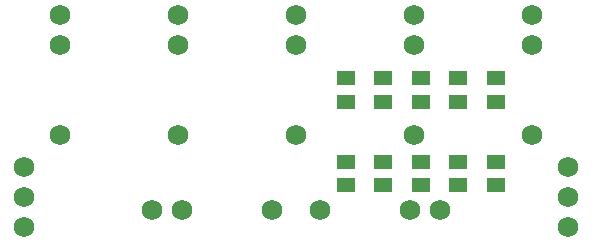
<source format=gbs>
G04 #@! TF.GenerationSoftware,KiCad,Pcbnew,(5.1.8)-1*
G04 #@! TF.CreationDate,2021-08-08T18:23:11-04:00*
G04 #@! TF.ProjectId,nearless_front_pcb,6e656172-6c65-4737-935f-66726f6e745f,rev?*
G04 #@! TF.SameCoordinates,Original*
G04 #@! TF.FileFunction,Soldermask,Bot*
G04 #@! TF.FilePolarity,Negative*
%FSLAX46Y46*%
G04 Gerber Fmt 4.6, Leading zero omitted, Abs format (unit mm)*
G04 Created by KiCad (PCBNEW (5.1.8)-1) date 2021-08-08 18:23:11*
%MOMM*%
%LPD*%
G01*
G04 APERTURE LIST*
%ADD10R,1.500000X1.300000*%
%ADD11C,1.727200*%
G04 APERTURE END LIST*
D10*
X82410000Y-55480000D03*
X82410000Y-53480000D03*
X82410000Y-46400000D03*
X82410000Y-48400000D03*
X79235000Y-55480000D03*
X79235000Y-53480000D03*
X79235000Y-46400000D03*
X79235000Y-48400000D03*
X76060000Y-55480000D03*
X76060000Y-53480000D03*
X76060000Y-46400000D03*
X76060000Y-48400000D03*
X72885000Y-55480000D03*
X72885000Y-53480000D03*
X72885000Y-46400000D03*
X72885000Y-48400000D03*
X69710000Y-55480000D03*
X69710000Y-53480000D03*
X69710000Y-46400000D03*
X69710000Y-48400000D03*
D11*
X45500000Y-51245000D03*
X45500000Y-43625000D03*
X45500000Y-41085000D03*
X85500000Y-51245000D03*
X85500000Y-43625000D03*
X85500000Y-41085000D03*
X42500000Y-53920000D03*
X42500000Y-56460000D03*
X42500000Y-59000000D03*
X88500000Y-59000000D03*
X88500000Y-56460000D03*
X88500000Y-53920000D03*
X67555000Y-57600000D03*
X75175000Y-57600000D03*
X77715000Y-57600000D03*
X75500000Y-51245000D03*
X75500000Y-43625000D03*
X75500000Y-41085000D03*
X65500000Y-51245000D03*
X65500000Y-43625000D03*
X65500000Y-41085000D03*
X55500000Y-51245000D03*
X55500000Y-43625000D03*
X55500000Y-41085000D03*
X63445000Y-57600000D03*
X55825000Y-57600000D03*
X53285000Y-57600000D03*
M02*

</source>
